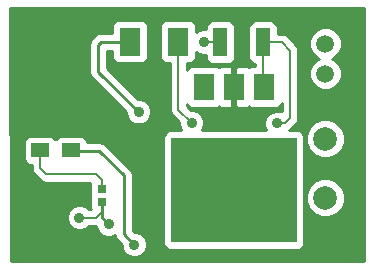
<source format=gbl>
%FSLAX34Y34*%
G04 Gerber Fmt 3.4, Leading zero omitted, Abs format*
G04 (created by PCBNEW (2014-01-25 BZR 4633)-product) date Thu 30 Jan 2014 08:02:40 PM EST*
%MOIN*%
G01*
G70*
G90*
G04 APERTURE LIST*
%ADD10C,0.005906*%
%ADD11C,0.059100*%
%ADD12R,0.027500X0.031500*%
%ADD13R,0.070900X0.094500*%
%ADD14C,0.078700*%
%ADD15R,0.059100X0.047200*%
%ADD16R,0.047200X0.094500*%
%ADD17R,0.420000X0.350000*%
%ADD18R,0.070000X0.090000*%
%ADD19C,0.035000*%
%ADD20C,0.010000*%
%ADD21C,0.006000*%
G04 APERTURE END LIST*
G54D10*
G54D11*
X78900Y-42800D03*
X78900Y-43800D03*
G54D12*
X71450Y-48066D03*
X71450Y-47634D03*
G54D13*
X72383Y-42740D03*
X73997Y-42740D03*
G54D14*
X78900Y-45966D03*
X78900Y-47935D03*
G54D15*
X69388Y-46350D03*
X70412Y-46350D03*
G54D16*
X75401Y-42750D03*
X76819Y-42750D03*
G54D17*
X75850Y-47690D03*
G54D18*
X75850Y-44240D03*
X74850Y-44240D03*
X76850Y-44240D03*
G54D19*
X71670Y-48820D03*
X70700Y-48600D03*
X72670Y-45070D03*
X74440Y-45440D03*
X72530Y-49500D03*
X74860Y-42750D03*
X77290Y-45460D03*
G54D20*
X71450Y-48600D02*
X71450Y-48066D01*
X71670Y-48820D02*
X71450Y-48600D01*
G54D21*
X71450Y-48400D02*
X71450Y-48066D01*
X71250Y-48600D02*
X71450Y-48400D01*
X70700Y-48600D02*
X71250Y-48600D01*
X69388Y-46350D02*
X69388Y-46938D01*
X71450Y-47350D02*
X71450Y-47634D01*
X71250Y-47150D02*
X71450Y-47350D01*
X69600Y-47150D02*
X71250Y-47150D01*
X69388Y-46938D02*
X69600Y-47150D01*
G54D20*
X71430Y-42740D02*
X72383Y-42740D01*
X71330Y-42840D02*
X71430Y-42740D01*
X71330Y-43730D02*
X71330Y-42840D01*
X72670Y-45070D02*
X71330Y-43730D01*
G54D21*
X73997Y-42740D02*
X73997Y-44997D01*
X73997Y-44997D02*
X74440Y-45440D01*
G54D20*
X70442Y-46380D02*
X70412Y-46350D01*
X71360Y-46380D02*
X70442Y-46380D01*
X72170Y-47190D02*
X71360Y-46380D01*
X72170Y-49140D02*
X72170Y-47190D01*
X72530Y-49500D02*
X72170Y-49140D01*
G54D21*
X74860Y-42750D02*
X75401Y-42750D01*
X76819Y-42750D02*
X76819Y-44209D01*
X76819Y-44209D02*
X76850Y-44240D01*
X76819Y-42750D02*
X77440Y-42750D01*
X77550Y-45460D02*
X77290Y-45460D01*
X77720Y-45290D02*
X77550Y-45460D01*
X77720Y-43030D02*
X77720Y-45290D01*
X77440Y-42750D02*
X77720Y-43030D01*
G54D10*
G36*
X80180Y-50040D02*
X79543Y-50040D01*
X79543Y-47807D01*
X79543Y-45838D01*
X79445Y-45601D01*
X79445Y-45601D01*
X79445Y-43691D01*
X79362Y-43491D01*
X79209Y-43337D01*
X79118Y-43300D01*
X79208Y-43262D01*
X79362Y-43109D01*
X79445Y-42908D01*
X79445Y-42691D01*
X79362Y-42491D01*
X79209Y-42337D01*
X79008Y-42254D01*
X78791Y-42254D01*
X78591Y-42337D01*
X78437Y-42490D01*
X78354Y-42691D01*
X78354Y-42908D01*
X78437Y-43108D01*
X78590Y-43262D01*
X78681Y-43299D01*
X78591Y-43337D01*
X78437Y-43490D01*
X78354Y-43691D01*
X78354Y-43908D01*
X78437Y-44108D01*
X78590Y-44262D01*
X78791Y-44345D01*
X79008Y-44345D01*
X79208Y-44262D01*
X79362Y-44109D01*
X79445Y-43908D01*
X79445Y-43691D01*
X79445Y-45601D01*
X79264Y-45420D01*
X79028Y-45322D01*
X78772Y-45322D01*
X78535Y-45420D01*
X78354Y-45601D01*
X78256Y-45837D01*
X78256Y-46093D01*
X78354Y-46330D01*
X78535Y-46511D01*
X78771Y-46609D01*
X79027Y-46609D01*
X79264Y-46511D01*
X79445Y-46330D01*
X79543Y-46094D01*
X79543Y-45838D01*
X79543Y-47807D01*
X79445Y-47570D01*
X79264Y-47389D01*
X79028Y-47291D01*
X78772Y-47291D01*
X78535Y-47389D01*
X78354Y-47570D01*
X78256Y-47806D01*
X78256Y-48062D01*
X78354Y-48299D01*
X78535Y-48480D01*
X78771Y-48578D01*
X79027Y-48578D01*
X79264Y-48480D01*
X79445Y-48299D01*
X79543Y-48063D01*
X79543Y-47807D01*
X79543Y-50040D01*
X78200Y-50041D01*
X78200Y-49489D01*
X78200Y-49390D01*
X78200Y-45890D01*
X78161Y-45798D01*
X78091Y-45728D01*
X77999Y-45690D01*
X77900Y-45690D01*
X77700Y-45690D01*
X77747Y-45657D01*
X77917Y-45487D01*
X77917Y-45487D01*
X77958Y-45427D01*
X77978Y-45397D01*
X77978Y-45397D01*
X77999Y-45290D01*
X78000Y-45290D01*
X78000Y-43030D01*
X77978Y-42922D01*
X77917Y-42832D01*
X77637Y-42552D01*
X77547Y-42491D01*
X77440Y-42470D01*
X77305Y-42470D01*
X77305Y-42227D01*
X77266Y-42135D01*
X77196Y-42065D01*
X77104Y-42027D01*
X77005Y-42027D01*
X76533Y-42027D01*
X76441Y-42065D01*
X76371Y-42135D01*
X76333Y-42227D01*
X76333Y-42327D01*
X76333Y-43272D01*
X76371Y-43364D01*
X76441Y-43434D01*
X76533Y-43472D01*
X76539Y-43472D01*
X76539Y-43540D01*
X76450Y-43540D01*
X76358Y-43578D01*
X76350Y-43586D01*
X76341Y-43578D01*
X76249Y-43540D01*
X75962Y-43540D01*
X75900Y-43602D01*
X75900Y-44190D01*
X75907Y-44190D01*
X75907Y-44290D01*
X75900Y-44290D01*
X75900Y-44877D01*
X75962Y-44940D01*
X76249Y-44940D01*
X76341Y-44901D01*
X76349Y-44893D01*
X76358Y-44901D01*
X76450Y-44940D01*
X76549Y-44940D01*
X77249Y-44940D01*
X77341Y-44901D01*
X77411Y-44831D01*
X77440Y-44763D01*
X77440Y-45062D01*
X77374Y-45035D01*
X77205Y-45034D01*
X77049Y-45099D01*
X76929Y-45218D01*
X76865Y-45375D01*
X76864Y-45544D01*
X76925Y-45690D01*
X74791Y-45690D01*
X74800Y-45681D01*
X74864Y-45524D01*
X74865Y-45355D01*
X74800Y-45199D01*
X74681Y-45079D01*
X74524Y-45015D01*
X74410Y-45014D01*
X74277Y-44881D01*
X74277Y-44804D01*
X74288Y-44831D01*
X74358Y-44901D01*
X74450Y-44940D01*
X74549Y-44940D01*
X75249Y-44940D01*
X75341Y-44901D01*
X75350Y-44893D01*
X75358Y-44901D01*
X75450Y-44940D01*
X75737Y-44940D01*
X75800Y-44877D01*
X75800Y-44290D01*
X75792Y-44290D01*
X75792Y-44190D01*
X75800Y-44190D01*
X75800Y-43602D01*
X75737Y-43540D01*
X75450Y-43540D01*
X75358Y-43578D01*
X75350Y-43586D01*
X75341Y-43578D01*
X75249Y-43540D01*
X75150Y-43540D01*
X74450Y-43540D01*
X74358Y-43578D01*
X74288Y-43648D01*
X74277Y-43675D01*
X74277Y-43462D01*
X74401Y-43462D01*
X74493Y-43424D01*
X74563Y-43354D01*
X74601Y-43262D01*
X74601Y-43162D01*
X74601Y-43092D01*
X74618Y-43110D01*
X74775Y-43174D01*
X74915Y-43175D01*
X74915Y-43272D01*
X74953Y-43364D01*
X75023Y-43434D01*
X75115Y-43472D01*
X75214Y-43472D01*
X75686Y-43472D01*
X75778Y-43434D01*
X75848Y-43364D01*
X75887Y-43272D01*
X75887Y-43172D01*
X75887Y-42227D01*
X75848Y-42135D01*
X75778Y-42065D01*
X75686Y-42027D01*
X75587Y-42027D01*
X75115Y-42027D01*
X75023Y-42065D01*
X74953Y-42135D01*
X74915Y-42227D01*
X74915Y-42325D01*
X74775Y-42324D01*
X74619Y-42389D01*
X74601Y-42407D01*
X74601Y-42217D01*
X74563Y-42125D01*
X74493Y-42055D01*
X74401Y-42017D01*
X74301Y-42017D01*
X73592Y-42017D01*
X73500Y-42055D01*
X73430Y-42125D01*
X73392Y-42217D01*
X73392Y-42317D01*
X73392Y-43262D01*
X73430Y-43354D01*
X73500Y-43424D01*
X73592Y-43462D01*
X73692Y-43462D01*
X73717Y-43462D01*
X73717Y-44997D01*
X73738Y-45104D01*
X73799Y-45194D01*
X74015Y-45411D01*
X74014Y-45524D01*
X74079Y-45680D01*
X74089Y-45690D01*
X73700Y-45690D01*
X73608Y-45728D01*
X73538Y-45798D01*
X73500Y-45890D01*
X73500Y-45989D01*
X73500Y-49489D01*
X73538Y-49581D01*
X73608Y-49651D01*
X73700Y-49690D01*
X73799Y-49690D01*
X77999Y-49690D01*
X78091Y-49651D01*
X78161Y-49581D01*
X78200Y-49489D01*
X78200Y-50041D01*
X73095Y-50046D01*
X73095Y-44985D01*
X73030Y-44829D01*
X72911Y-44709D01*
X72754Y-44645D01*
X72669Y-44644D01*
X71630Y-43605D01*
X71630Y-43040D01*
X71778Y-43040D01*
X71778Y-43262D01*
X71816Y-43354D01*
X71886Y-43424D01*
X71978Y-43462D01*
X72078Y-43462D01*
X72787Y-43462D01*
X72879Y-43424D01*
X72949Y-43354D01*
X72987Y-43262D01*
X72987Y-43162D01*
X72987Y-42217D01*
X72949Y-42125D01*
X72879Y-42055D01*
X72787Y-42017D01*
X72687Y-42017D01*
X71978Y-42017D01*
X71886Y-42055D01*
X71816Y-42125D01*
X71778Y-42217D01*
X71778Y-42317D01*
X71778Y-42440D01*
X71430Y-42440D01*
X71315Y-42462D01*
X71217Y-42527D01*
X71117Y-42627D01*
X71052Y-42725D01*
X71030Y-42840D01*
X71030Y-43730D01*
X71052Y-43844D01*
X71117Y-43942D01*
X72245Y-45069D01*
X72244Y-45154D01*
X72309Y-45310D01*
X72428Y-45430D01*
X72585Y-45494D01*
X72754Y-45495D01*
X72910Y-45430D01*
X73030Y-45311D01*
X73094Y-45154D01*
X73095Y-44985D01*
X73095Y-50046D01*
X72955Y-50046D01*
X72955Y-49415D01*
X72890Y-49259D01*
X72771Y-49139D01*
X72614Y-49075D01*
X72529Y-49074D01*
X72470Y-49015D01*
X72470Y-47190D01*
X72447Y-47075D01*
X72447Y-47075D01*
X72382Y-46977D01*
X71572Y-46167D01*
X71474Y-46102D01*
X71360Y-46080D01*
X70957Y-46080D01*
X70957Y-46064D01*
X70919Y-45972D01*
X70849Y-45902D01*
X70757Y-45864D01*
X70657Y-45864D01*
X70066Y-45864D01*
X69974Y-45902D01*
X69904Y-45972D01*
X69899Y-45983D01*
X69895Y-45972D01*
X69825Y-45902D01*
X69733Y-45864D01*
X69633Y-45864D01*
X69042Y-45864D01*
X68950Y-45902D01*
X68880Y-45972D01*
X68842Y-46064D01*
X68842Y-46163D01*
X68842Y-46635D01*
X68880Y-46727D01*
X68950Y-46797D01*
X69042Y-46836D01*
X69108Y-46836D01*
X69108Y-46938D01*
X69129Y-47045D01*
X69190Y-47135D01*
X69402Y-47347D01*
X69492Y-47408D01*
X69600Y-47430D01*
X71062Y-47430D01*
X71062Y-47526D01*
X71062Y-47841D01*
X71066Y-47849D01*
X71062Y-47858D01*
X71062Y-47958D01*
X71062Y-48273D01*
X71081Y-48320D01*
X71021Y-48320D01*
X70941Y-48239D01*
X70784Y-48175D01*
X70615Y-48174D01*
X70459Y-48239D01*
X70339Y-48358D01*
X70275Y-48515D01*
X70274Y-48684D01*
X70339Y-48840D01*
X70458Y-48960D01*
X70615Y-49024D01*
X70784Y-49025D01*
X70940Y-48960D01*
X71021Y-48880D01*
X71244Y-48880D01*
X71244Y-48904D01*
X71309Y-49060D01*
X71428Y-49180D01*
X71585Y-49244D01*
X71754Y-49245D01*
X71880Y-49192D01*
X71892Y-49254D01*
X71957Y-49352D01*
X72105Y-49499D01*
X72104Y-49584D01*
X72169Y-49740D01*
X72288Y-49860D01*
X72445Y-49924D01*
X72614Y-49925D01*
X72770Y-49860D01*
X72890Y-49741D01*
X72954Y-49584D01*
X72955Y-49415D01*
X72955Y-50046D01*
X68419Y-50049D01*
X68400Y-41619D01*
X80180Y-41619D01*
X80180Y-50040D01*
X80180Y-50040D01*
G37*
G54D20*
X80180Y-50040D02*
X79543Y-50040D01*
X79543Y-47807D01*
X79543Y-45838D01*
X79445Y-45601D01*
X79445Y-45601D01*
X79445Y-43691D01*
X79362Y-43491D01*
X79209Y-43337D01*
X79118Y-43300D01*
X79208Y-43262D01*
X79362Y-43109D01*
X79445Y-42908D01*
X79445Y-42691D01*
X79362Y-42491D01*
X79209Y-42337D01*
X79008Y-42254D01*
X78791Y-42254D01*
X78591Y-42337D01*
X78437Y-42490D01*
X78354Y-42691D01*
X78354Y-42908D01*
X78437Y-43108D01*
X78590Y-43262D01*
X78681Y-43299D01*
X78591Y-43337D01*
X78437Y-43490D01*
X78354Y-43691D01*
X78354Y-43908D01*
X78437Y-44108D01*
X78590Y-44262D01*
X78791Y-44345D01*
X79008Y-44345D01*
X79208Y-44262D01*
X79362Y-44109D01*
X79445Y-43908D01*
X79445Y-43691D01*
X79445Y-45601D01*
X79264Y-45420D01*
X79028Y-45322D01*
X78772Y-45322D01*
X78535Y-45420D01*
X78354Y-45601D01*
X78256Y-45837D01*
X78256Y-46093D01*
X78354Y-46330D01*
X78535Y-46511D01*
X78771Y-46609D01*
X79027Y-46609D01*
X79264Y-46511D01*
X79445Y-46330D01*
X79543Y-46094D01*
X79543Y-45838D01*
X79543Y-47807D01*
X79445Y-47570D01*
X79264Y-47389D01*
X79028Y-47291D01*
X78772Y-47291D01*
X78535Y-47389D01*
X78354Y-47570D01*
X78256Y-47806D01*
X78256Y-48062D01*
X78354Y-48299D01*
X78535Y-48480D01*
X78771Y-48578D01*
X79027Y-48578D01*
X79264Y-48480D01*
X79445Y-48299D01*
X79543Y-48063D01*
X79543Y-47807D01*
X79543Y-50040D01*
X78200Y-50041D01*
X78200Y-49489D01*
X78200Y-49390D01*
X78200Y-45890D01*
X78161Y-45798D01*
X78091Y-45728D01*
X77999Y-45690D01*
X77900Y-45690D01*
X77700Y-45690D01*
X77747Y-45657D01*
X77917Y-45487D01*
X77917Y-45487D01*
X77958Y-45427D01*
X77978Y-45397D01*
X77978Y-45397D01*
X77999Y-45290D01*
X78000Y-45290D01*
X78000Y-43030D01*
X77978Y-42922D01*
X77917Y-42832D01*
X77637Y-42552D01*
X77547Y-42491D01*
X77440Y-42470D01*
X77305Y-42470D01*
X77305Y-42227D01*
X77266Y-42135D01*
X77196Y-42065D01*
X77104Y-42027D01*
X77005Y-42027D01*
X76533Y-42027D01*
X76441Y-42065D01*
X76371Y-42135D01*
X76333Y-42227D01*
X76333Y-42327D01*
X76333Y-43272D01*
X76371Y-43364D01*
X76441Y-43434D01*
X76533Y-43472D01*
X76539Y-43472D01*
X76539Y-43540D01*
X76450Y-43540D01*
X76358Y-43578D01*
X76350Y-43586D01*
X76341Y-43578D01*
X76249Y-43540D01*
X75962Y-43540D01*
X75900Y-43602D01*
X75900Y-44190D01*
X75907Y-44190D01*
X75907Y-44290D01*
X75900Y-44290D01*
X75900Y-44877D01*
X75962Y-44940D01*
X76249Y-44940D01*
X76341Y-44901D01*
X76349Y-44893D01*
X76358Y-44901D01*
X76450Y-44940D01*
X76549Y-44940D01*
X77249Y-44940D01*
X77341Y-44901D01*
X77411Y-44831D01*
X77440Y-44763D01*
X77440Y-45062D01*
X77374Y-45035D01*
X77205Y-45034D01*
X77049Y-45099D01*
X76929Y-45218D01*
X76865Y-45375D01*
X76864Y-45544D01*
X76925Y-45690D01*
X74791Y-45690D01*
X74800Y-45681D01*
X74864Y-45524D01*
X74865Y-45355D01*
X74800Y-45199D01*
X74681Y-45079D01*
X74524Y-45015D01*
X74410Y-45014D01*
X74277Y-44881D01*
X74277Y-44804D01*
X74288Y-44831D01*
X74358Y-44901D01*
X74450Y-44940D01*
X74549Y-44940D01*
X75249Y-44940D01*
X75341Y-44901D01*
X75350Y-44893D01*
X75358Y-44901D01*
X75450Y-44940D01*
X75737Y-44940D01*
X75800Y-44877D01*
X75800Y-44290D01*
X75792Y-44290D01*
X75792Y-44190D01*
X75800Y-44190D01*
X75800Y-43602D01*
X75737Y-43540D01*
X75450Y-43540D01*
X75358Y-43578D01*
X75350Y-43586D01*
X75341Y-43578D01*
X75249Y-43540D01*
X75150Y-43540D01*
X74450Y-43540D01*
X74358Y-43578D01*
X74288Y-43648D01*
X74277Y-43675D01*
X74277Y-43462D01*
X74401Y-43462D01*
X74493Y-43424D01*
X74563Y-43354D01*
X74601Y-43262D01*
X74601Y-43162D01*
X74601Y-43092D01*
X74618Y-43110D01*
X74775Y-43174D01*
X74915Y-43175D01*
X74915Y-43272D01*
X74953Y-43364D01*
X75023Y-43434D01*
X75115Y-43472D01*
X75214Y-43472D01*
X75686Y-43472D01*
X75778Y-43434D01*
X75848Y-43364D01*
X75887Y-43272D01*
X75887Y-43172D01*
X75887Y-42227D01*
X75848Y-42135D01*
X75778Y-42065D01*
X75686Y-42027D01*
X75587Y-42027D01*
X75115Y-42027D01*
X75023Y-42065D01*
X74953Y-42135D01*
X74915Y-42227D01*
X74915Y-42325D01*
X74775Y-42324D01*
X74619Y-42389D01*
X74601Y-42407D01*
X74601Y-42217D01*
X74563Y-42125D01*
X74493Y-42055D01*
X74401Y-42017D01*
X74301Y-42017D01*
X73592Y-42017D01*
X73500Y-42055D01*
X73430Y-42125D01*
X73392Y-42217D01*
X73392Y-42317D01*
X73392Y-43262D01*
X73430Y-43354D01*
X73500Y-43424D01*
X73592Y-43462D01*
X73692Y-43462D01*
X73717Y-43462D01*
X73717Y-44997D01*
X73738Y-45104D01*
X73799Y-45194D01*
X74015Y-45411D01*
X74014Y-45524D01*
X74079Y-45680D01*
X74089Y-45690D01*
X73700Y-45690D01*
X73608Y-45728D01*
X73538Y-45798D01*
X73500Y-45890D01*
X73500Y-45989D01*
X73500Y-49489D01*
X73538Y-49581D01*
X73608Y-49651D01*
X73700Y-49690D01*
X73799Y-49690D01*
X77999Y-49690D01*
X78091Y-49651D01*
X78161Y-49581D01*
X78200Y-49489D01*
X78200Y-50041D01*
X73095Y-50046D01*
X73095Y-44985D01*
X73030Y-44829D01*
X72911Y-44709D01*
X72754Y-44645D01*
X72669Y-44644D01*
X71630Y-43605D01*
X71630Y-43040D01*
X71778Y-43040D01*
X71778Y-43262D01*
X71816Y-43354D01*
X71886Y-43424D01*
X71978Y-43462D01*
X72078Y-43462D01*
X72787Y-43462D01*
X72879Y-43424D01*
X72949Y-43354D01*
X72987Y-43262D01*
X72987Y-43162D01*
X72987Y-42217D01*
X72949Y-42125D01*
X72879Y-42055D01*
X72787Y-42017D01*
X72687Y-42017D01*
X71978Y-42017D01*
X71886Y-42055D01*
X71816Y-42125D01*
X71778Y-42217D01*
X71778Y-42317D01*
X71778Y-42440D01*
X71430Y-42440D01*
X71315Y-42462D01*
X71217Y-42527D01*
X71117Y-42627D01*
X71052Y-42725D01*
X71030Y-42840D01*
X71030Y-43730D01*
X71052Y-43844D01*
X71117Y-43942D01*
X72245Y-45069D01*
X72244Y-45154D01*
X72309Y-45310D01*
X72428Y-45430D01*
X72585Y-45494D01*
X72754Y-45495D01*
X72910Y-45430D01*
X73030Y-45311D01*
X73094Y-45154D01*
X73095Y-44985D01*
X73095Y-50046D01*
X72955Y-50046D01*
X72955Y-49415D01*
X72890Y-49259D01*
X72771Y-49139D01*
X72614Y-49075D01*
X72529Y-49074D01*
X72470Y-49015D01*
X72470Y-47190D01*
X72447Y-47075D01*
X72447Y-47075D01*
X72382Y-46977D01*
X71572Y-46167D01*
X71474Y-46102D01*
X71360Y-46080D01*
X70957Y-46080D01*
X70957Y-46064D01*
X70919Y-45972D01*
X70849Y-45902D01*
X70757Y-45864D01*
X70657Y-45864D01*
X70066Y-45864D01*
X69974Y-45902D01*
X69904Y-45972D01*
X69899Y-45983D01*
X69895Y-45972D01*
X69825Y-45902D01*
X69733Y-45864D01*
X69633Y-45864D01*
X69042Y-45864D01*
X68950Y-45902D01*
X68880Y-45972D01*
X68842Y-46064D01*
X68842Y-46163D01*
X68842Y-46635D01*
X68880Y-46727D01*
X68950Y-46797D01*
X69042Y-46836D01*
X69108Y-46836D01*
X69108Y-46938D01*
X69129Y-47045D01*
X69190Y-47135D01*
X69402Y-47347D01*
X69492Y-47408D01*
X69600Y-47430D01*
X71062Y-47430D01*
X71062Y-47526D01*
X71062Y-47841D01*
X71066Y-47849D01*
X71062Y-47858D01*
X71062Y-47958D01*
X71062Y-48273D01*
X71081Y-48320D01*
X71021Y-48320D01*
X70941Y-48239D01*
X70784Y-48175D01*
X70615Y-48174D01*
X70459Y-48239D01*
X70339Y-48358D01*
X70275Y-48515D01*
X70274Y-48684D01*
X70339Y-48840D01*
X70458Y-48960D01*
X70615Y-49024D01*
X70784Y-49025D01*
X70940Y-48960D01*
X71021Y-48880D01*
X71244Y-48880D01*
X71244Y-48904D01*
X71309Y-49060D01*
X71428Y-49180D01*
X71585Y-49244D01*
X71754Y-49245D01*
X71880Y-49192D01*
X71892Y-49254D01*
X71957Y-49352D01*
X72105Y-49499D01*
X72104Y-49584D01*
X72169Y-49740D01*
X72288Y-49860D01*
X72445Y-49924D01*
X72614Y-49925D01*
X72770Y-49860D01*
X72890Y-49741D01*
X72954Y-49584D01*
X72955Y-49415D01*
X72955Y-50046D01*
X68419Y-50049D01*
X68400Y-41619D01*
X80180Y-41619D01*
X80180Y-50040D01*
M02*

</source>
